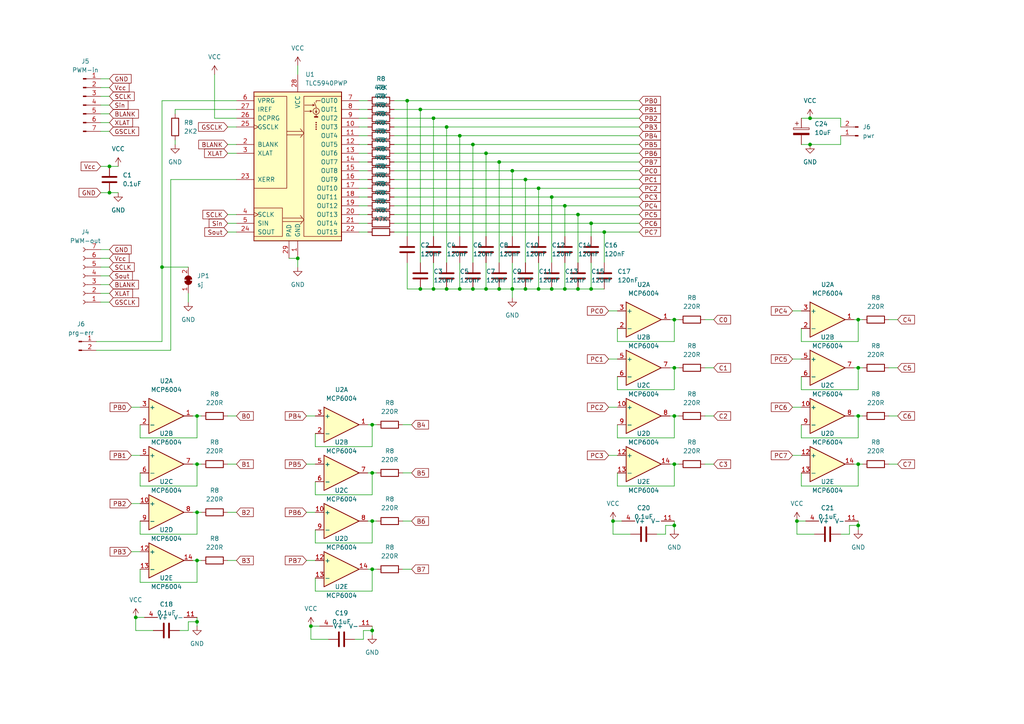
<source format=kicad_sch>
(kicad_sch (version 20230121) (generator eeschema)
  (paper "A4")
  (junction (at 57.15 134.62))
  (junction (at 248.92 120.65))
  (junction (at 160.02 83.82))
  (junction (at 107.95 151.13))
  (junction (at 144.78 46.99))
  (junction (at 234.95 34.29))
  (junction (at 107.95 182.88))
  (junction (at 152.4 52.07))
  (junction (at 125.73 83.82))
  (junction (at 171.45 64.77))
  (junction (at 148.59 49.53))
  (junction (at 140.97 44.45))
  (junction (at 118.11 29.21))
  (junction (at 156.21 54.61))
  (junction (at 125.73 34.29))
  (junction (at 39.37 179.07))
  (junction (at 57.15 162.56))
  (junction (at 107.95 123.19))
  (junction (at 167.64 62.23))
  (junction (at 90.17 181.61))
  (junction (at 195.58 134.62))
  (junction (at 133.35 39.37))
  (junction (at 231.14 151.13))
  (junction (at 57.15 180.34))
  (junction (at 140.97 83.82))
  (junction (at 57.15 120.65))
  (junction (at 171.45 83.82))
  (junction (at 137.16 83.82))
  (junction (at 234.95 41.91))
  (junction (at 195.58 106.68))
  (junction (at 31.75 48.26))
  (junction (at 107.95 137.16))
  (junction (at 46.99 77.47))
  (junction (at 129.54 83.82))
  (junction (at 195.58 120.65))
  (junction (at 195.58 152.4))
  (junction (at 137.16 41.91))
  (junction (at 31.75 55.88))
  (junction (at 86.36 74.93))
  (junction (at 148.59 83.82))
  (junction (at 156.21 83.82))
  (junction (at 107.95 165.1))
  (junction (at 248.92 92.71))
  (junction (at 177.8 151.13))
  (junction (at 160.02 57.15))
  (junction (at 121.92 31.75))
  (junction (at 57.15 148.59))
  (junction (at 133.35 83.82))
  (junction (at 163.83 59.69))
  (junction (at 248.92 106.68))
  (junction (at 167.64 83.82))
  (junction (at 152.4 83.82))
  (junction (at 248.92 134.62))
  (junction (at 195.58 92.71))
  (junction (at 129.54 36.83))
  (junction (at 163.83 83.82))
  (junction (at 248.92 152.4))
  (junction (at 144.78 83.82))
  (junction (at 121.92 83.82))
  (junction (at 175.26 67.31))
  (wire (pts (xy 114.3 44.45) (xy 140.97 44.45)))
  (wire (pts (xy 91.44 157.48) (xy 91.44 153.67)))
  (wire (pts (xy 229.87 104.14) (xy 232.41 104.14)))
  (wire (pts (xy 106.68 165.1) (xy 107.95 165.1)))
  (wire (pts (xy 29.21 22.86) (xy 31.75 22.86)))
  (wire (pts (xy 114.3 54.61) (xy 156.21 54.61)))
  (wire (pts (xy 229.87 118.11) (xy 232.41 118.11)))
  (wire (pts (xy 137.16 41.91) (xy 137.16 76.2)))
  (wire (pts (xy 104.14 41.91) (xy 106.68 41.91)))
  (wire (pts (xy 107.95 182.88) (xy 107.95 184.15)))
  (wire (pts (xy 257.81 92.71) (xy 260.35 92.71)))
  (wire (pts (xy 114.3 34.29) (xy 125.73 34.29)))
  (wire (pts (xy 104.14 29.21) (xy 106.68 29.21)))
  (wire (pts (xy 107.95 123.19) (xy 109.22 123.19)))
  (wire (pts (xy 29.21 72.39) (xy 31.75 72.39)))
  (wire (pts (xy 195.58 151.13) (xy 195.58 152.4)))
  (wire (pts (xy 104.14 49.53) (xy 106.68 49.53)))
  (wire (pts (xy 118.11 83.82) (xy 121.92 83.82)))
  (wire (pts (xy 248.92 99.06) (xy 232.41 99.06)))
  (wire (pts (xy 116.84 151.13) (xy 119.38 151.13)))
  (wire (pts (xy 114.3 62.23) (xy 167.64 62.23)))
  (wire (pts (xy 129.54 83.82) (xy 133.35 83.82)))
  (wire (pts (xy 177.8 154.94) (xy 177.8 151.13)))
  (wire (pts (xy 29.21 77.47) (xy 31.75 77.47)))
  (wire (pts (xy 140.97 76.2) (xy 140.97 83.82)))
  (wire (pts (xy 195.58 113.03) (xy 179.07 113.03)))
  (wire (pts (xy 248.92 152.4) (xy 248.92 153.67)))
  (wire (pts (xy 57.15 168.91) (xy 40.64 168.91)))
  (wire (pts (xy 102.87 185.42) (xy 105.41 185.42)))
  (wire (pts (xy 232.41 99.06) (xy 232.41 95.25)))
  (wire (pts (xy 88.9 120.65) (xy 91.44 120.65)))
  (wire (pts (xy 152.4 52.07) (xy 152.4 76.2)))
  (wire (pts (xy 195.58 92.71) (xy 195.58 99.06)))
  (wire (pts (xy 116.84 123.19) (xy 119.38 123.19)))
  (wire (pts (xy 248.92 106.68) (xy 248.92 113.03)))
  (wire (pts (xy 66.04 67.31) (xy 68.58 67.31)))
  (wire (pts (xy 167.64 83.82) (xy 171.45 83.82)))
  (wire (pts (xy 156.21 54.61) (xy 185.42 54.61)))
  (wire (pts (xy 232.41 127) (xy 232.41 123.19)))
  (wire (pts (xy 104.14 67.31) (xy 106.68 67.31)))
  (wire (pts (xy 66.04 44.45) (xy 68.58 44.45)))
  (wire (pts (xy 232.41 41.91) (xy 234.95 41.91)))
  (wire (pts (xy 140.97 83.82) (xy 144.78 83.82)))
  (wire (pts (xy 104.14 34.29) (xy 106.68 34.29)))
  (wire (pts (xy 248.92 92.71) (xy 248.92 99.06)))
  (wire (pts (xy 248.92 151.13) (xy 248.92 152.4)))
  (wire (pts (xy 27.94 101.6) (xy 49.53 101.6)))
  (wire (pts (xy 231.14 154.94) (xy 231.14 151.13)))
  (wire (pts (xy 257.81 120.65) (xy 260.35 120.65)))
  (wire (pts (xy 204.47 120.65) (xy 207.01 120.65)))
  (wire (pts (xy 90.17 185.42) (xy 90.17 181.61)))
  (wire (pts (xy 114.3 36.83) (xy 129.54 36.83)))
  (wire (pts (xy 104.14 44.45) (xy 106.68 44.45)))
  (wire (pts (xy 91.44 129.54) (xy 91.44 125.73)))
  (wire (pts (xy 171.45 64.77) (xy 171.45 68.58)))
  (wire (pts (xy 57.15 179.07) (xy 57.15 180.34)))
  (wire (pts (xy 246.38 152.4) (xy 248.92 152.4)))
  (wire (pts (xy 179.07 127) (xy 179.07 123.19)))
  (wire (pts (xy 104.14 39.37) (xy 106.68 39.37)))
  (wire (pts (xy 140.97 44.45) (xy 185.42 44.45)))
  (wire (pts (xy 236.22 154.94) (xy 231.14 154.94)))
  (wire (pts (xy 104.14 46.99) (xy 106.68 46.99)))
  (wire (pts (xy 50.8 40.64) (xy 50.8 41.91)))
  (wire (pts (xy 29.21 30.48) (xy 31.75 30.48)))
  (wire (pts (xy 194.31 134.62) (xy 195.58 134.62)))
  (wire (pts (xy 229.87 90.17) (xy 232.41 90.17)))
  (wire (pts (xy 106.68 137.16) (xy 107.95 137.16)))
  (wire (pts (xy 148.59 49.53) (xy 148.59 68.58)))
  (wire (pts (xy 125.73 34.29) (xy 125.73 68.58)))
  (wire (pts (xy 31.75 55.88) (xy 34.29 55.88)))
  (wire (pts (xy 107.95 151.13) (xy 107.95 157.48)))
  (wire (pts (xy 248.92 134.62) (xy 248.92 140.97)))
  (wire (pts (xy 118.11 29.21) (xy 185.42 29.21)))
  (wire (pts (xy 68.58 34.29) (xy 62.23 34.29)))
  (wire (pts (xy 171.45 64.77) (xy 185.42 64.77)))
  (wire (pts (xy 38.1 118.11) (xy 40.64 118.11)))
  (wire (pts (xy 29.21 38.1) (xy 31.75 38.1)))
  (wire (pts (xy 57.15 162.56) (xy 57.15 168.91)))
  (wire (pts (xy 167.64 62.23) (xy 167.64 76.2)))
  (wire (pts (xy 195.58 127) (xy 179.07 127)))
  (wire (pts (xy 114.3 64.77) (xy 171.45 64.77)))
  (wire (pts (xy 195.58 152.4) (xy 195.58 153.67)))
  (wire (pts (xy 234.95 34.29) (xy 243.84 34.29)))
  (wire (pts (xy 29.21 48.26) (xy 31.75 48.26)))
  (wire (pts (xy 40.64 168.91) (xy 40.64 165.1)))
  (wire (pts (xy 160.02 57.15) (xy 160.02 76.2)))
  (wire (pts (xy 234.95 41.91) (xy 243.84 41.91)))
  (wire (pts (xy 163.83 59.69) (xy 163.83 68.58)))
  (wire (pts (xy 107.95 157.48) (xy 91.44 157.48)))
  (wire (pts (xy 114.3 57.15) (xy 160.02 57.15)))
  (wire (pts (xy 66.04 134.62) (xy 68.58 134.62)))
  (wire (pts (xy 248.92 120.65) (xy 250.19 120.65)))
  (wire (pts (xy 66.04 120.65) (xy 68.58 120.65)))
  (wire (pts (xy 39.37 179.07) (xy 41.91 179.07)))
  (wire (pts (xy 204.47 134.62) (xy 207.01 134.62)))
  (wire (pts (xy 243.84 34.29) (xy 243.84 36.83)))
  (wire (pts (xy 176.53 118.11) (xy 179.07 118.11)))
  (wire (pts (xy 88.9 148.59) (xy 91.44 148.59)))
  (wire (pts (xy 46.99 29.21) (xy 46.99 77.47)))
  (wire (pts (xy 195.58 99.06) (xy 179.07 99.06)))
  (wire (pts (xy 163.83 59.69) (xy 185.42 59.69)))
  (wire (pts (xy 248.92 140.97) (xy 232.41 140.97)))
  (wire (pts (xy 247.65 92.71) (xy 248.92 92.71)))
  (wire (pts (xy 156.21 76.2) (xy 156.21 83.82)))
  (wire (pts (xy 195.58 92.71) (xy 196.85 92.71)))
  (wire (pts (xy 129.54 36.83) (xy 185.42 36.83)))
  (wire (pts (xy 57.15 140.97) (xy 40.64 140.97)))
  (wire (pts (xy 175.26 67.31) (xy 185.42 67.31)))
  (wire (pts (xy 27.94 99.06) (xy 46.99 99.06)))
  (wire (pts (xy 54.61 180.34) (xy 57.15 180.34)))
  (wire (pts (xy 91.44 171.45) (xy 91.44 167.64)))
  (wire (pts (xy 248.92 127) (xy 232.41 127)))
  (wire (pts (xy 133.35 39.37) (xy 133.35 68.58)))
  (wire (pts (xy 121.92 31.75) (xy 185.42 31.75)))
  (wire (pts (xy 247.65 106.68) (xy 248.92 106.68)))
  (wire (pts (xy 152.4 52.07) (xy 185.42 52.07)))
  (wire (pts (xy 29.21 25.4) (xy 31.75 25.4)))
  (wire (pts (xy 148.59 83.82) (xy 148.59 86.36)))
  (wire (pts (xy 232.41 34.29) (xy 234.95 34.29)))
  (wire (pts (xy 114.3 52.07) (xy 152.4 52.07)))
  (wire (pts (xy 243.84 154.94) (xy 246.38 154.94)))
  (wire (pts (xy 204.47 92.71) (xy 207.01 92.71)))
  (wire (pts (xy 29.21 35.56) (xy 31.75 35.56)))
  (wire (pts (xy 163.83 83.82) (xy 167.64 83.82)))
  (wire (pts (xy 156.21 83.82) (xy 160.02 83.82)))
  (wire (pts (xy 29.21 33.02) (xy 31.75 33.02)))
  (wire (pts (xy 118.11 29.21) (xy 118.11 68.58)))
  (wire (pts (xy 179.07 140.97) (xy 179.07 137.16)))
  (wire (pts (xy 148.59 49.53) (xy 185.42 49.53)))
  (wire (pts (xy 46.99 77.47) (xy 46.99 99.06)))
  (wire (pts (xy 248.92 106.68) (xy 250.19 106.68)))
  (wire (pts (xy 125.73 34.29) (xy 185.42 34.29)))
  (wire (pts (xy 195.58 134.62) (xy 196.85 134.62)))
  (wire (pts (xy 31.75 48.26) (xy 34.29 48.26)))
  (wire (pts (xy 105.41 185.42) (xy 105.41 182.88)))
  (wire (pts (xy 144.78 46.99) (xy 185.42 46.99)))
  (wire (pts (xy 107.95 143.51) (xy 91.44 143.51)))
  (wire (pts (xy 133.35 83.82) (xy 137.16 83.82)))
  (wire (pts (xy 104.14 52.07) (xy 106.68 52.07)))
  (wire (pts (xy 171.45 83.82) (xy 175.26 83.82)))
  (wire (pts (xy 176.53 132.08) (xy 179.07 132.08)))
  (wire (pts (xy 129.54 36.83) (xy 129.54 76.2)))
  (wire (pts (xy 125.73 83.82) (xy 129.54 83.82)))
  (wire (pts (xy 193.04 154.94) (xy 193.04 152.4)))
  (wire (pts (xy 107.95 165.1) (xy 109.22 165.1)))
  (wire (pts (xy 156.21 54.61) (xy 156.21 68.58)))
  (wire (pts (xy 194.31 120.65) (xy 195.58 120.65)))
  (wire (pts (xy 88.9 134.62) (xy 91.44 134.62)))
  (wire (pts (xy 104.14 31.75) (xy 106.68 31.75)))
  (wire (pts (xy 121.92 83.82) (xy 125.73 83.82)))
  (wire (pts (xy 193.04 152.4) (xy 195.58 152.4)))
  (wire (pts (xy 107.95 181.61) (xy 107.95 182.88)))
  (wire (pts (xy 107.95 171.45) (xy 91.44 171.45)))
  (wire (pts (xy 68.58 31.75) (xy 50.8 31.75)))
  (wire (pts (xy 52.07 182.88) (xy 54.61 182.88)))
  (wire (pts (xy 204.47 106.68) (xy 207.01 106.68)))
  (wire (pts (xy 243.84 41.91) (xy 243.84 39.37)))
  (wire (pts (xy 247.65 134.62) (xy 248.92 134.62)))
  (wire (pts (xy 50.8 31.75) (xy 50.8 33.02)))
  (wire (pts (xy 29.21 87.63) (xy 31.75 87.63)))
  (wire (pts (xy 104.14 57.15) (xy 106.68 57.15)))
  (wire (pts (xy 66.04 36.83) (xy 68.58 36.83)))
  (wire (pts (xy 107.95 129.54) (xy 91.44 129.54)))
  (wire (pts (xy 57.15 120.65) (xy 57.15 127)))
  (wire (pts (xy 66.04 162.56) (xy 68.58 162.56)))
  (wire (pts (xy 29.21 82.55) (xy 31.75 82.55)))
  (wire (pts (xy 247.65 120.65) (xy 248.92 120.65)))
  (wire (pts (xy 66.04 64.77) (xy 68.58 64.77)))
  (wire (pts (xy 177.8 151.13) (xy 180.34 151.13)))
  (wire (pts (xy 114.3 41.91) (xy 137.16 41.91)))
  (wire (pts (xy 137.16 41.91) (xy 185.42 41.91)))
  (wire (pts (xy 144.78 83.82) (xy 148.59 83.82)))
  (wire (pts (xy 38.1 160.02) (xy 40.64 160.02)))
  (wire (pts (xy 182.88 154.94) (xy 177.8 154.94)))
  (wire (pts (xy 248.92 134.62) (xy 250.19 134.62)))
  (wire (pts (xy 91.44 143.51) (xy 91.44 139.7)))
  (wire (pts (xy 57.15 134.62) (xy 58.42 134.62)))
  (wire (pts (xy 107.95 123.19) (xy 107.95 129.54)))
  (wire (pts (xy 125.73 76.2) (xy 125.73 83.82)))
  (wire (pts (xy 118.11 76.2) (xy 118.11 83.82)))
  (wire (pts (xy 194.31 92.71) (xy 195.58 92.71)))
  (wire (pts (xy 66.04 41.91) (xy 68.58 41.91)))
  (wire (pts (xy 66.04 148.59) (xy 68.58 148.59)))
  (wire (pts (xy 105.41 182.88) (xy 107.95 182.88)))
  (wire (pts (xy 49.53 52.07) (xy 49.53 101.6)))
  (wire (pts (xy 57.15 162.56) (xy 58.42 162.56)))
  (wire (pts (xy 46.99 77.47) (xy 54.61 77.47)))
  (wire (pts (xy 248.92 113.03) (xy 232.41 113.03)))
  (wire (pts (xy 133.35 76.2) (xy 133.35 83.82)))
  (wire (pts (xy 38.1 146.05) (xy 40.64 146.05)))
  (wire (pts (xy 171.45 76.2) (xy 171.45 83.82)))
  (wire (pts (xy 29.21 27.94) (xy 31.75 27.94)))
  (wire (pts (xy 104.14 59.69) (xy 106.68 59.69)))
  (wire (pts (xy 121.92 31.75) (xy 121.92 76.2)))
  (wire (pts (xy 57.15 148.59) (xy 57.15 154.94)))
  (wire (pts (xy 257.81 134.62) (xy 260.35 134.62)))
  (wire (pts (xy 66.04 62.23) (xy 68.58 62.23)))
  (wire (pts (xy 107.95 165.1) (xy 107.95 171.45)))
  (wire (pts (xy 133.35 39.37) (xy 185.42 39.37)))
  (wire (pts (xy 55.88 134.62) (xy 57.15 134.62)))
  (wire (pts (xy 190.5 154.94) (xy 193.04 154.94)))
  (wire (pts (xy 232.41 140.97) (xy 232.41 137.16)))
  (wire (pts (xy 114.3 39.37) (xy 133.35 39.37)))
  (wire (pts (xy 90.17 181.61) (xy 92.71 181.61)))
  (wire (pts (xy 29.21 80.01) (xy 31.75 80.01)))
  (wire (pts (xy 195.58 140.97) (xy 179.07 140.97)))
  (wire (pts (xy 106.68 151.13) (xy 107.95 151.13)))
  (wire (pts (xy 40.64 154.94) (xy 40.64 151.13)))
  (wire (pts (xy 57.15 120.65) (xy 58.42 120.65)))
  (wire (pts (xy 163.83 76.2) (xy 163.83 83.82)))
  (wire (pts (xy 114.3 31.75) (xy 121.92 31.75)))
  (wire (pts (xy 86.36 19.05) (xy 86.36 21.59)))
  (wire (pts (xy 68.58 52.07) (xy 49.53 52.07)))
  (wire (pts (xy 55.88 120.65) (xy 57.15 120.65)))
  (wire (pts (xy 29.21 55.88) (xy 31.75 55.88)))
  (wire (pts (xy 57.15 148.59) (xy 58.42 148.59)))
  (wire (pts (xy 107.95 137.16) (xy 109.22 137.16)))
  (wire (pts (xy 231.14 151.13) (xy 233.68 151.13)))
  (wire (pts (xy 144.78 46.99) (xy 144.78 76.2)))
  (wire (pts (xy 29.21 85.09) (xy 31.75 85.09)))
  (wire (pts (xy 176.53 90.17) (xy 179.07 90.17)))
  (wire (pts (xy 195.58 106.68) (xy 195.58 113.03)))
  (wire (pts (xy 137.16 83.82) (xy 140.97 83.82)))
  (wire (pts (xy 194.31 106.68) (xy 195.58 106.68)))
  (wire (pts (xy 195.58 106.68) (xy 196.85 106.68)))
  (wire (pts (xy 104.14 54.61) (xy 106.68 54.61)))
  (wire (pts (xy 55.88 162.56) (xy 57.15 162.56)))
  (wire (pts (xy 246.38 154.94) (xy 246.38 152.4)))
  (wire (pts (xy 86.36 74.93) (xy 86.36 77.47)))
  (wire (pts (xy 116.84 165.1) (xy 119.38 165.1)))
  (wire (pts (xy 107.95 151.13) (xy 109.22 151.13)))
  (wire (pts (xy 195.58 134.62) (xy 195.58 140.97)))
  (wire (pts (xy 116.84 137.16) (xy 119.38 137.16)))
  (wire (pts (xy 148.59 76.2) (xy 148.59 83.82)))
  (wire (pts (xy 140.97 44.45) (xy 140.97 68.58)))
  (wire (pts (xy 95.25 185.42) (xy 90.17 185.42)))
  (wire (pts (xy 114.3 67.31) (xy 175.26 67.31)))
  (wire (pts (xy 40.64 140.97) (xy 40.64 137.16)))
  (wire (pts (xy 195.58 120.65) (xy 196.85 120.65)))
  (wire (pts (xy 106.68 123.19) (xy 107.95 123.19)))
  (wire (pts (xy 160.02 83.82) (xy 163.83 83.82)))
  (wire (pts (xy 229.87 132.08) (xy 232.41 132.08)))
  (wire (pts (xy 232.41 113.03) (xy 232.41 109.22)))
  (wire (pts (xy 179.07 99.06) (xy 179.07 95.25)))
  (wire (pts (xy 195.58 120.65) (xy 195.58 127)))
  (wire (pts (xy 57.15 154.94) (xy 40.64 154.94)))
  (wire (pts (xy 152.4 83.82) (xy 156.21 83.82)))
  (wire (pts (xy 68.58 29.21) (xy 46.99 29.21)))
  (wire (pts (xy 167.64 62.23) (xy 185.42 62.23)))
  (wire (pts (xy 114.3 59.69) (xy 163.83 59.69)))
  (wire (pts (xy 29.21 74.93) (xy 31.75 74.93)))
  (wire (pts (xy 114.3 29.21) (xy 118.11 29.21)))
  (wire (pts (xy 44.45 182.88) (xy 39.37 182.88)))
  (wire (pts (xy 179.07 113.03) (xy 179.07 109.22)))
  (wire (pts (xy 39.37 182.88) (xy 39.37 179.07)))
  (wire (pts (xy 57.15 180.34) (xy 57.15 181.61)))
  (wire (pts (xy 55.88 148.59) (xy 57.15 148.59)))
  (wire (pts (xy 54.61 85.09) (xy 54.61 87.63)))
  (wire (pts (xy 148.59 83.82) (xy 152.4 83.82)))
  (wire (pts (xy 160.02 57.15) (xy 185.42 57.15)))
  (wire (pts (xy 104.14 64.77) (xy 106.68 64.77)))
  (wire (pts (xy 114.3 46.99) (xy 144.78 46.99)))
  (wire (pts (xy 38.1 132.08) (xy 40.64 132.08)))
  (wire (pts (xy 107.95 137.16) (xy 107.95 143.51)))
  (wire (pts (xy 54.61 182.88) (xy 54.61 180.34)))
  (wire (pts (xy 176.53 104.14) (xy 179.07 104.14)))
  (wire (pts (xy 40.64 127) (xy 40.64 123.19)))
  (wire (pts (xy 104.14 62.23) (xy 106.68 62.23)))
  (wire (pts (xy 104.14 36.83) (xy 106.68 36.83)))
  (wire (pts (xy 175.26 67.31) (xy 175.26 76.2)))
  (wire (pts (xy 257.81 106.68) (xy 260.35 106.68)))
  (wire (pts (xy 83.82 74.93) (xy 86.36 74.93)))
  (wire (pts (xy 57.15 127) (xy 40.64 127)))
  (wire (pts (xy 62.23 21.59) (xy 62.23 34.29)))
  (wire (pts (xy 114.3 49.53) (xy 148.59 49.53)))
  (wire (pts (xy 57.15 134.62) (xy 57.15 140.97)))
  (wire (pts (xy 248.92 120.65) (xy 248.92 127)))
  (wire (pts (xy 88.9 162.56) (xy 91.44 162.56)))
  (wire (pts (xy 248.92 92.71) (xy 250.19 92.71)))
  (global_label "B0" (shape input) (at 68.58 120.65 0) (property "Intersheetrefs" "${INTERSHEET_REFS}" (effects hide)))
  (global_label "B5" (shape input) (at 119.38 137.16 0) (property "Intersheetrefs" "${INTERSHEET_REFS}" (effects hide)))
  (global_label "PB6" (shape input) (at 88.9 148.59 180) (property "Intersheetrefs" "${INTERSHEET_REFS}" (effects hide)))
  (global_label "XLAT" (shape input) (at 31.75 35.56 0) (property "Intersheetrefs" "${INTERSHEET_REFS}" (effects hide)))
  (global_label "BLANK" (shape input) (at 66.04 41.91 180) (property "Intersheetrefs" "${INTERSHEET_REFS}" (effects hide)))
  (global_label "PC6" (shape input) (at 229.87 118.11 180) (property "Intersheetrefs" "${INTERSHEET_REFS}" (effects hide)))
  (global_label "XLAT" (shape input) (at 66.04 44.45 180) (property "Intersheetrefs" "${INTERSHEET_REFS}" (effects hide)))
  (global_label "C7" (shape input) (at 260.35 134.62 0) (property "Intersheetrefs" "${INTERSHEET_REFS}" (effects hide)))
  (global_label "PC6" (shape input) (at 185.42 64.77 0) (property "Intersheetrefs" "${INTERSHEET_REFS}" (effects hide)))
  (global_label "Vcc" (shape input) (at 31.75 74.93 0) (property "Intersheetrefs" "${INTERSHEET_REFS}" (effects hide)))
  (global_label "PB1" (shape input) (at 38.1 132.08 180) (property "Intersheetrefs" "${INTERSHEET_REFS}" (effects hide)))
  (global_label "C3" (shape input) (at 207.01 134.62 0) (property "Intersheetrefs" "${INTERSHEET_REFS}" (effects hide)))
  (global_label "PB2" (shape input) (at 185.42 34.29 0) (property "Intersheetrefs" "${INTERSHEET_REFS}" (effects hide)))
  (global_label "PC4" (shape input) (at 185.42 59.69 0) (property "Intersheetrefs" "${INTERSHEET_REFS}" (effects hide)))
  (global_label "PB5" (shape input) (at 185.42 41.91 0) (property "Intersheetrefs" "${INTERSHEET_REFS}" (effects hide)))
  (global_label "PC1" (shape input) (at 176.53 104.14 180) (property "Intersheetrefs" "${INTERSHEET_REFS}" (effects hide)))
  (global_label "Sout" (shape input) (at 66.04 67.31 180) (property "Intersheetrefs" "${INTERSHEET_REFS}" (effects hide)))
  (global_label "PB0" (shape input) (at 185.42 29.21 0) (property "Intersheetrefs" "${INTERSHEET_REFS}" (effects hide)))
  (global_label "PC0" (shape input) (at 185.42 49.53 0) (property "Intersheetrefs" "${INTERSHEET_REFS}" (effects hide)))
  (global_label "C6" (shape input) (at 260.35 120.65 0) (property "Intersheetrefs" "${INTERSHEET_REFS}" (effects hide)))
  (global_label "PC5" (shape input) (at 185.42 62.23 0) (property "Intersheetrefs" "${INTERSHEET_REFS}" (effects hide)))
  (global_label "PB7" (shape input) (at 88.9 162.56 180) (property "Intersheetrefs" "${INTERSHEET_REFS}" (effects hide)))
  (global_label "GSCLK" (shape input) (at 31.75 38.1 0) (property "Intersheetrefs" "${INTERSHEET_REFS}" (effects hide)))
  (global_label "PB6" (shape input) (at 185.42 44.45 0) (property "Intersheetrefs" "${INTERSHEET_REFS}" (effects hide)))
  (global_label "GSCLK" (shape input) (at 66.04 36.83 180) (property "Intersheetrefs" "${INTERSHEET_REFS}" (effects hide)))
  (global_label "BLANK" (shape input) (at 31.75 82.55 0) (property "Intersheetrefs" "${INTERSHEET_REFS}" (effects hide)))
  (global_label "Vcc" (shape input) (at 29.21 48.26 180) (property "Intersheetrefs" "${INTERSHEET_REFS}" (effects hide)))
  (global_label "B2" (shape input) (at 68.58 148.59 0) (property "Intersheetrefs" "${INTERSHEET_REFS}" (effects hide)))
  (global_label "SCLK" (shape input) (at 31.75 27.94 0) (property "Intersheetrefs" "${INTERSHEET_REFS}" (effects hide)))
  (global_label "GND" (shape input) (at 29.21 55.88 180) (property "Intersheetrefs" "${INTERSHEET_REFS}" (effects hide)))
  (global_label "PB1" (shape input) (at 185.42 31.75 0) (property "Intersheetrefs" "${INTERSHEET_REFS}" (effects hide)))
  (global_label "BLANK" (shape input) (at 31.75 33.02 0) (property "Intersheetrefs" "${INTERSHEET_REFS}" (effects hide)))
  (global_label "PB7" (shape input) (at 185.42 46.99 0) (property "Intersheetrefs" "${INTERSHEET_REFS}" (effects hide)))
  (global_label "C4" (shape input) (at 260.35 92.71 0) (property "Intersheetrefs" "${INTERSHEET_REFS}" (effects hide)))
  (global_label "Sin" (shape input) (at 66.04 64.77 180) (property "Intersheetrefs" "${INTERSHEET_REFS}" (effects hide)))
  (global_label "C5" (shape input) (at 260.35 106.68 0) (property "Intersheetrefs" "${INTERSHEET_REFS}" (effects hide)))
  (global_label "PC0" (shape input) (at 176.53 90.17 180) (property "Intersheetrefs" "${INTERSHEET_REFS}" (effects hide)))
  (global_label "XLAT" (shape input) (at 31.75 85.09 0) (property "Intersheetrefs" "${INTERSHEET_REFS}" (effects hide)))
  (global_label "PC7" (shape input) (at 229.87 132.08 180) (property "Intersheetrefs" "${INTERSHEET_REFS}" (effects hide)))
  (global_label "PB4" (shape input) (at 88.9 120.65 180) (property "Intersheetrefs" "${INTERSHEET_REFS}" (effects hide)))
  (global_label "PB3" (shape input) (at 38.1 160.02 180) (property "Intersheetrefs" "${INTERSHEET_REFS}" (effects hide)))
  (global_label "B1" (shape input) (at 68.58 134.62 0) (property "Intersheetrefs" "${INTERSHEET_REFS}" (effects hide)))
  (global_label "PC5" (shape input) (at 229.87 104.14 180) (property "Intersheetrefs" "${INTERSHEET_REFS}" (effects hide)))
  (global_label "PC2" (shape input) (at 176.53 118.11 180) (property "Intersheetrefs" "${INTERSHEET_REFS}" (effects hide)))
  (global_label "PB2" (shape input) (at 38.1 146.05 180) (property "Intersheetrefs" "${INTERSHEET_REFS}" (effects hide)))
  (global_label "Vcc" (shape input) (at 31.75 25.4 0) (property "Intersheetrefs" "${INTERSHEET_REFS}" (effects hide)))
  (global_label "B3" (shape input) (at 68.58 162.56 0) (property "Intersheetrefs" "${INTERSHEET_REFS}" (effects hide)))
  (global_label "PC3" (shape input) (at 185.42 57.15 0) (property "Intersheetrefs" "${INTERSHEET_REFS}" (effects hide)))
  (global_label "PB4" (shape input) (at 185.42 39.37 0) (property "Intersheetrefs" "${INTERSHEET_REFS}" (effects hide)))
  (global_label "PC2" (shape input) (at 185.42 54.61 0) (property "Intersheetrefs" "${INTERSHEET_REFS}" (effects hide)))
  (global_label "B4" (shape input) (at 119.38 123.19 0) (property "Intersheetrefs" "${INTERSHEET_REFS}" (effects hide)))
  (global_label "GND" (shape input) (at 31.75 22.86 0) (property "Intersheetrefs" "${INTERSHEET_REFS}" (effects hide)))
  (global_label "SCLK" (shape input) (at 66.04 62.23 180) (property "Intersheetrefs" "${INTERSHEET_REFS}" (effects hide)))
  (global_label "PC3" (shape input) (at 176.53 132.08 180) (property "Intersheetrefs" "${INTERSHEET_REFS}" (effects hide)))
  (global_label "PB3" (shape input) (at 185.42 36.83 0) (property "Intersheetrefs" "${INTERSHEET_REFS}" (effects hide)))
  (global_label "PB5" (shape input) (at 88.9 134.62 180) (property "Intersheetrefs" "${INTERSHEET_REFS}" (effects hide)))
  (global_label "GND" (shape input) (at 31.75 72.39 0) (property "Intersheetrefs" "${INTERSHEET_REFS}" (effects hide)))
  (global_label "B6" (shape input) (at 119.38 151.13 0) (property "Intersheetrefs" "${INTERSHEET_REFS}" (effects hide)))
  (global_label "Sout" (shape input) (at 31.75 80.01 0) (property "Intersheetrefs" "${INTERSHEET_REFS}" (effects hide)))
  (global_label "PC1" (shape input) (at 185.42 52.07 0) (property "Intersheetrefs" "${INTERSHEET_REFS}" (effects hide)))
  (global_label "C2" (shape input) (at 207.01 120.65 0) (property "Intersheetrefs" "${INTERSHEET_REFS}" (effects hide)))
  (global_label "SCLK" (shape input) (at 31.75 77.47 0) (property "Intersheetrefs" "${INTERSHEET_REFS}" (effects hide)))
  (global_label "Sin" (shape input) (at 31.75 30.48 0) (property "Intersheetrefs" "${INTERSHEET_REFS}" (effects hide)))
  (global_label "C1" (shape input) (at 207.01 106.68 0) (property "Intersheetrefs" "${INTERSHEET_REFS}" (effects hide)))
  (global_label "C0" (shape input) (at 207.01 92.71 0) (property "Intersheetrefs" "${INTERSHEET_REFS}" (effects hide)))
  (global_label "GSCLK" (shape input) (at 31.75 87.63 0) (property "Intersheetrefs" "${INTERSHEET_REFS}" (effects hide)))
  (global_label "B7" (shape input) (at 119.38 165.1 0) (property "Intersheetrefs" "${INTERSHEET_REFS}" (effects hide)))
  (global_label "PB0" (shape input) (at 38.1 118.11 180) (property "Intersheetrefs" "${INTERSHEET_REFS}" (effects hide)))
  (global_label "PC7" (shape input) (at 185.42 67.31 0) (property "Intersheetrefs" "${INTERSHEET_REFS}" (effects hide)))
  (global_label "PC4" (shape input) (at 229.87 90.17 180) (property "Intersheetrefs" "${INTERSHEET_REFS}" (effects hide)))
  (symbol (lib_id "Device:C") (at 137.16 80.01 180) (unit 1)
    (property "Reference" "C7" (at 140.97 78.74 0) (effects (justify right)))
    (property "Value" "120nF" (at 140.97 81.28 0) (effects (justify right)))
    (property "Footprint" "Capacitor_SMD:C_0805_2012Metric" (effects hide))
  )
  (symbol (lib_id "Device:R") (at 110.49 57.15 270) (unit 1)
    (property "Reference" "R8" (at 110.49 50.8 90))
    (property "Value" "47K" (at 110.49 53.34 90))
    (property "Footprint" "Resistor_SMD:R_0805_2012Metric" (effects hide))
    (instances (project "one-synapse-electronic" (path "" (reference "R8") (unit 1)) (path "" (reference "R24") (unit 1)) (path "" (reference "R13") (unit 1))))
  )
  (symbol (lib_id "Connector:Conn_01x02_Pin") (at 248.92 39.37 180) (unit 1)
    (property "Reference" "J6" (at 250.19 36.83 0) (effects (justify right)))
    (property "Value" "pwr" (at 250.19 39.37 0) (effects (justify right)))
    (property "Footprint" "Connector_PinHeader_2.54mm:PinHeader_1x02_P2.54mm_Vertical" (effects hide))
  )
  (symbol (lib_id "Device:R") (at 110.49 67.31 270) (unit 1)
    (property "Reference" "R8" (at 110.49 60.96 90))
    (property "Value" "47K" (at 110.49 63.5 90))
    (property "Footprint" "Resistor_SMD:R_0805_2012Metric" (effects hide))
    (instances (project "one-synapse-electronic" (path "" (reference "R8") (unit 1)) (path "" (reference "R24") (unit 1)) (path "" (reference "R33") (unit 1))))
  )
  (symbol (lib_id "Amplifier_Operational:MCP6004") (at 48.26 134.62 0) (unit 2)
    (property "Reference" "U2" (at 48.26 125.73 0))
    (property "Value" "MCP6004" (at 48.26 128.27 0))
    (property "Footprint" "Package_SO:HTSSOP-14-1EP_4.4x5mm_P0.65mm_EP3.4x5mm_Mask3x3.1mm" (effects hide))
    (property "Datasheet" "http://ww1.microchip.com/downloads/en/DeviceDoc/21733j.pdf" (effects hide))
  )
  (symbol (lib_id "Amplifier_Operational:MCP6004") (at 48.26 148.59 0) (unit 3)
    (property "Reference" "U2" (at 48.26 139.7 0))
    (property "Value" "MCP6004" (at 48.26 142.24 0))
    (property "Footprint" "Package_SO:HTSSOP-14-1EP_4.4x5mm_P0.65mm_EP3.4x5mm_Mask3x3.1mm" (effects hide))
    (property "Datasheet" "http://ww1.microchip.com/downloads/en/DeviceDoc/21733j.pdf" (effects hide))
  )
  (symbol (lib_id "Amplifier_Operational:MCP6004") (at 240.03 92.71 0) (unit 1)
    (property "Reference" "U2" (at 240.03 82.55 0))
    (property "Value" "MCP6004" (at 240.03 85.09 0))
    (property "Footprint" "Package_SO:HTSSOP-14-1EP_4.4x5mm_P0.65mm_EP3.4x5mm_Mask3x3.1mm" (effects hide))
    (property "Datasheet" "http://ww1.microchip.com/downloads/en/DeviceDoc/21733j.pdf" (effects hide))
    (instances (project "one-synapse-electronic" (path "" (reference "U2") (unit 1)) (path "" (reference "U5") (unit 1))))
  )
  (symbol (lib_id "Device:R") (at 110.49 34.29 270) (unit 1)
    (property "Reference" "R8" (at 110.49 27.94 90))
    (property "Value" "47K" (at 110.49 30.48 90))
    (property "Footprint" "Resistor_SMD:R_0805_2012Metric" (effects hide))
    (instances (project "one-synapse-electronic" (path "" (reference "R8") (unit 1)) (path "" (reference "R24") (unit 1)) (path "" (reference "R4") (unit 1))))
  )
  (symbol (lib_id "Connector:Conn_01x07_Socket") (at 24.13 80.01 180) (unit 1)
    (property "Reference" "J4" (at 24.765 67.31 0))
    (property "Value" "PWM-out" (at 24.765 69.85 0))
    (property "Footprint" "Connector_PinSocket_2.54mm:PinSocket_1x07_P2.54mm_Horizontal" (effects hide))
    (instances (project "one-synapse-electronic" (path "" (reference "J4") (unit 1)) (path "" (reference "J5") (unit 1))))
  )
  (symbol (lib_id "Amplifier_Operational:MCP6004") (at 186.69 106.68 0) (unit 2)
    (property "Reference" "U2" (at 186.69 97.79 0))
    (property "Value" "MCP6004" (at 186.69 100.33 0))
    (property "Footprint" "Package_SO:HTSSOP-14-1EP_4.4x5mm_P0.65mm_EP3.4x5mm_Mask3x3.1mm" (effects hide))
    (property "Datasheet" "http://ww1.microchip.com/downloads/en/DeviceDoc/21733j.pdf" (effects hide))
    (instances (project "one-synapse-electronic" (path "" (reference "U2") (unit 2)) (path "" (reference "U4") (unit 2))))
  )
  (symbol (lib_id "Device:R") (at 110.49 44.45 270) (unit 1)
    (property "Reference" "R8" (at 110.49 38.1 90))
    (property "Value" "47K" (at 110.49 40.64 90))
    (property "Footprint" "Resistor_SMD:R_0805_2012Metric" (effects hide))
    (instances (project "one-synapse-electronic" (path "" (reference "R8") (unit 1)) (path "" (reference "R24") (unit 1)) (path "" (reference "R8") (unit 1))))
  )
  (symbol (lib_id "Device:R") (at 110.49 46.99 270) (unit 1)
    (property "Reference" "R8" (at 110.49 40.64 90))
    (property "Value" "47K" (at 110.49 43.18 90))
    (property "Footprint" "Resistor_SMD:R_0805_2012Metric" (effects hide))
    (instances (project "one-synapse-electronic" (path "" (reference "R8") (unit 1)) (path "" (reference "R24") (unit 1)) (path "" (reference "R9") (unit 1))))
  )
  (symbol (lib_id "Device:C") (at 152.4 80.01 180) (unit 1)
    (property "Reference" "C11" (at 156.21 78.74 0) (effects (justify right)))
    (property "Value" "120nF" (at 156.21 81.28 0) (effects (justify right)))
    (property "Footprint" "Capacitor_SMD:C_0805_2012Metric" (effects hide))
  )
  (symbol (lib_id "power:GND") (at 107.95 184.15 0) (unit 1)
    (property "Reference" "#PWR01" (effects hide))
    (property "Value" "GND" (at 107.95 189.23 0))
    (instances (project "one-synapse-electronic" (path "" (reference "#PWR01") (unit 1)) (path "" (reference "#PWR022") (unit 1)) (path "" (reference "#PWR012") (unit 1))))
  )
  (symbol (lib_id "Device:C") (at 99.06 185.42 270) (unit 1)
    (property "Reference" "C19" (at 99.06 177.8 90))
    (property "Value" "0.1uF" (at 99.06 180.34 90))
    (property "Footprint" "Capacitor_SMD:C_0805_2012Metric" (effects hide))
  )
  (symbol (lib_id "power:VCC") (at 86.36 19.05 0) (unit 1)
    (property "Reference" "#PWR04" (effects hide))
    (property "Value" "VCC" (at 86.36 13.97 0))
  )
  (symbol (lib_id "Device:R") (at 113.03 151.13 270) (unit 1)
    (property "Reference" "R8" (at 113.03 144.78 90))
    (property "Value" "220R" (at 113.03 147.32 90))
    (property "Footprint" "Resistor_SMD:R_0805_2012Metric" (effects hide))
    (instances (project "one-synapse-electronic" (path "" (reference "R8") (unit 1)) (path "" (reference "R24") (unit 1)) (path "" (reference "R40") (unit 1))))
  )
  (symbol (lib_id "Amplifier_Operational:MCP6004") (at 48.26 162.56 0) (unit 4)
    (property "Reference" "U2" (at 48.26 153.67 0))
    (property "Value" "MCP6004" (at 48.26 156.21 0))
    (property "Footprint" "Package_SO:HTSSOP-14-1EP_4.4x5mm_P0.65mm_EP3.4x5mm_Mask3x3.1mm" (effects hide))
    (property "Datasheet" "http://ww1.microchip.com/downloads/en/DeviceDoc/21733j.pdf" (effects hide))
  )
  (symbol (lib_id "Amplifier_Operational:MCP6004") (at 240.03 120.65 0) (unit 3)
    (property "Reference" "U2" (at 240.03 111.76 0))
    (property "Value" "MCP6004" (at 240.03 114.3 0))
    (property "Footprint" "Package_SO:HTSSOP-14-1EP_4.4x5mm_P0.65mm_EP3.4x5mm_Mask3x3.1mm" (effects hide))
    (property "Datasheet" "http://ww1.microchip.com/downloads/en/DeviceDoc/21733j.pdf" (effects hide))
    (instances (project "one-synapse-electronic" (path "" (reference "U2") (unit 3)) (path "" (reference "U5") (unit 3))))
  )
  (symbol (lib_id "Device:C") (at 156.21 72.39 180) (unit 1)
    (property "Reference" "C12" (at 160.02 71.12 0) (effects (justify right)))
    (property "Value" "120nF" (at 160.02 73.66 0) (effects (justify right)))
    (property "Footprint" "Capacitor_SMD:C_0805_2012Metric" (effects hide))
  )
  (symbol (lib_id "power:VCC") (at 90.17 181.61 0) (unit 1)
    (property "Reference" "#PWR011" (effects hide))
    (property "Value" "VCC" (at 90.17 176.53 0))
  )
  (symbol (lib_id "power:VCC") (at 231.14 151.13 0) (unit 1)
    (property "Reference" "#PWR015" (effects hide))
    (property "Value" "VCC" (at 231.14 146.05 0))
  )
  (symbol (lib_id "Device:R") (at 110.49 39.37 270) (unit 1)
    (property "Reference" "R8" (at 110.49 33.02 90))
    (property "Value" "47K" (at 110.49 35.56 90))
    (property "Footprint" "Resistor_SMD:R_0805_2012Metric" (effects hide))
    (instances (project "one-synapse-electronic" (path "" (reference "R8") (unit 1)) (path "" (reference "R24") (unit 1)) (path "" (reference "R6") (unit 1))))
  )
  (symbol (lib_id "Driver_LED:TLC5940PWP") (at 86.36 46.99 0) (unit 1)
    (property "Reference" "U1" (at 88.5541 21.59 0) (effects (justify left)))
    (property "Value" "TLC5940PWP" (at 88.5541 24.13 0) (effects (justify left)))
    (property "Footprint" "Package_SO:HTSSOP-28-1EP_4.4x9.7mm_P0.65mm_EP3.4x9.5mm_Mask2.4x6.17mm_ThermalVias" (effects hide))
    (property "Datasheet" "http://www.ti.com/lit/ds/symlink/tlc5940.pdf" (effects hide))
  )
  (symbol (lib_id "power:GND") (at 57.15 181.61 0) (unit 1)
    (property "Reference" "#PWR01" (effects hide))
    (property "Value" "GND" (at 57.15 186.69 0))
    (instances (project "one-synapse-electronic" (path "" (reference "#PWR01") (unit 1)) (path "" (reference "#PWR022") (unit 1)) (path "" (reference "#PWR09") (unit 1))))
  )
  (symbol (lib_id "Jumper:SolderJumper_2_Bridged") (at 54.61 81.28 90) (unit 1)
    (property "Reference" "JP1" (at 57.15 80.01 90) (effects (justify right)))
    (property "Value" "sj" (at 57.15 82.55 90) (effects (justify right)))
    (property "Footprint" "Jumper:SolderJumper-2_P1.3mm_Bridged2Bar_Pad1.0x1.5mm" (effects hide))
  )
  (symbol (lib_id "Device:C") (at 240.03 154.94 270) (unit 1)
    (property "Reference" "C21" (at 240.03 147.32 90))
    (property "Value" "0.1uF" (at 240.03 149.86 90))
    (property "Footprint" "Capacitor_SMD:C_0805_2012Metric" (effects hide))
  )
  (symbol (lib_id "Device:C") (at 125.73 72.39 180) (unit 1)
    (property "Reference" "C4" (at 129.54 71.12 0) (effects (justify right)))
    (property "Value" "120nF" (at 129.54 73.66 0) (effects (justify right)))
    (property "Footprint" "Capacitor_SMD:C_0805_2012Metric" (effects hide))
  )
  (symbol (lib_id "Device:C") (at 48.26 182.88 270) (unit 1)
    (property "Reference" "C18" (at 48.26 175.26 90))
    (property "Value" "0.1uF" (at 48.26 177.8 90))
    (property "Footprint" "Capacitor_SMD:C_0805_2012Metric" (effects hide))
  )
  (symbol (lib_id "power:GND") (at 86.36 77.47 0) (unit 1)
    (property "Reference" "#PWR01" (effects hide))
    (property "Value" "GND" (at 86.36 82.55 0))
    (instances (project "one-synapse-electronic" (path "" (reference "#PWR01") (unit 1)) (path "" (reference "#PWR022") (unit 1)) (path "" (reference "#PWR01") (unit 1))))
  )
  (symbol (lib_id "Device:R") (at 113.03 165.1 270) (unit 1)
    (property "Reference" "R8" (at 113.03 158.75 90))
    (property "Value" "220R" (at 113.03 161.29 90))
    (property "Footprint" "Resistor_SMD:R_0805_2012Metric" (effects hide))
    (instances (project "one-synapse-electronic" (path "" (reference "R8") (unit 1)) (path "" (reference "R24") (unit 1)) (path "" (reference "R41") (unit 1))))
  )
  (symbol (lib_id "Amplifier_Operational:MCP6004") (at 240.03 106.68 0) (unit 2)
    (property "Reference" "U2" (at 240.03 97.79 0))
    (property "Value" "MCP6004" (at 240.03 100.33 0))
    (property "Footprint" "Package_SO:HTSSOP-14-1EP_4.4x5mm_P0.65mm_EP3.4x5mm_Mask3x3.1mm" (effects hide))
    (property "Datasheet" "http://ww1.microchip.com/downloads/en/DeviceDoc/21733j.pdf" (effects hide))
    (instances (project "one-synapse-electronic" (path "" (reference "U2") (unit 2)) (path "" (reference "U5") (unit 2))))
  )
  (symbol (lib_id "Device:C") (at 129.54 80.01 180) (unit 1)
    (property "Reference" "C5" (at 133.35 78.74 0) (effects (justify right)))
    (property "Value" "120nF" (at 133.35 81.28 0) (effects (justify right)))
    (property "Footprint" "Capacitor_SMD:C_0805_2012Metric" (effects hide))
  )
  (symbol (lib_id "power:GND") (at 34.29 55.88 0) (unit 1)
    (property "Reference" "#PWR01" (effects hide))
    (property "Value" "GND" (at 34.29 60.96 0))
    (instances (project "one-synapse-electronic" (path "" (reference "#PWR01") (unit 1)) (path "" (reference "#PWR022") (unit 1)) (path "" (reference "#PWR02") (unit 1))))
  )
  (symbol (lib_id "Device:R") (at 254 134.62 270) (unit 1)
    (property "Reference" "R8" (at 254 128.27 90))
    (property "Value" "220R" (at 254 130.81 90))
    (property "Footprint" "Resistor_SMD:R_0805_2012Metric" (effects hide))
    (instances (project "one-synapse-electronic" (path "" (reference "R8") (unit 1)) (path "" (reference "R24") (unit 1)) (path "" (reference "R49") (unit 1))))
  )
  (symbol (lib_id "power:VCC") (at 177.8 151.13 0) (unit 1)
    (property "Reference" "#PWR013" (effects hide))
    (property "Value" "VCC" (at 177.8 146.05 0))
  )
  (symbol (lib_id "Device:R") (at 62.23 120.65 270) (unit 1)
    (property "Reference" "R8" (at 62.23 114.3 90))
    (property "Value" "220R" (at 62.23 116.84 90))
    (property "Footprint" "Resistor_SMD:R_0805_2012Metric" (effects hide))
    (instances (project "one-synapse-electronic" (path "" (reference "R8") (unit 1)) (path "" (reference "R24") (unit 1)) (path "" (reference "R34") (unit 1))))
  )
  (symbol (lib_id "Device:R") (at 254 120.65 270) (unit 1)
    (property "Reference" "R8" (at 254 114.3 90))
    (property "Value" "220R" (at 254 116.84 90))
    (property "Footprint" "Resistor_SMD:R_0805_2012Metric" (effects hide))
    (instances (project "one-synapse-electronic" (path "" (reference "R8") (unit 1)) (path "" (reference "R24") (unit 1)) (path "" (reference "R48") (unit 1))))
  )
  (symbol (lib_id "Device:R") (at 50.8 36.83 180) (unit 1)
    (property "Reference" "R8" (at 53.34 35.56 0) (effects (justify right)))
    (property "Value" "2K2" (at 53.34 38.1 0) (effects (justify right)))
    (property "Footprint" "Resistor_SMD:R_0805_2012Metric" (effects hide))
    (instances (project "one-synapse-electronic" (path "" (reference "R8") (unit 1)) (path "" (reference "R24") (unit 1)) (path "" (reference "R1") (unit 1))))
  )
  (symbol (lib_id "Amplifier_Operational:MCP6004") (at 186.69 134.62 0) (unit 4)
    (property "Reference" "U2" (at 186.69 125.73 0))
    (property "Value" "MCP6004" (at 186.69 128.27 0))
    (property "Footprint" "Package_SO:HTSSOP-14-1EP_4.4x5mm_P0.65mm_EP3.4x5mm_Mask3x3.1mm" (effects hide))
    (property "Datasheet" "http://ww1.microchip.com/downloads/en/DeviceDoc/21733j.pdf" (effects hide))
    (instances (project "one-synapse-electronic" (path "" (reference "U2") (unit 4)) (path "" (reference "U4") (unit 4))))
  )
  (symbol (lib_id "power:GND") (at 50.8 41.91 0) (unit 1)
    (property "Reference" "#PWR01" (effects hide))
    (property "Value" "GND" (at 50.8 46.99 0))
    (instances (project "one-synapse-electronic" (path "" (reference "#PWR01") (unit 1)) (path "" (reference "#PWR022") (unit 1)) (path "" (reference "#PWR07") (unit 1))))
  )
  (symbol (lib_id "Device:R") (at 200.66 106.68 270) (unit 1)
    (property "Reference" "R8" (at 200.66 100.33 90))
    (property "Value" "220R" (at 200.66 102.87 90))
    (property "Footprint" "Resistor_SMD:R_0805_2012Metric" (effects hide))
    (instances (project "one-synapse-electronic" (path "" (reference "R8") (unit 1)) (path "" (reference "R24") (unit 1)) (path "" (reference "R43") (unit 1))))
  )
  (symbol (lib_id "power:VCC") (at 34.29 48.26 0) (unit 1)
    (property "Reference" "#PWR03" (effects hide))
    (property "Value" "VCC" (at 34.29 43.18 0))
  )
  (symbol (lib_id "Device:R") (at 110.49 36.83 270) (unit 1)
    (property "Reference" "R8" (at 110.49 30.48 90))
    (property "Value" "47K" (at 110.49 33.02 90))
    (property "Footprint" "Resistor_SMD:R_0805_2012Metric" (effects hide))
    (instances (project "one-synapse-electronic" (path "" (reference "R8") (unit 1)) (path "" (reference "R24") (unit 1)) (path "" (reference "R5") (unit 1))))
  )
  (symbol (lib_id "Device:R") (at 110.49 41.91 270) (unit 1)
    (property "Reference" "R8" (at 110.49 35.56 90))
    (property "Value" "47K" (at 110.49 38.1 90))
    (property "Footprint" "Resistor_SMD:R_0805_2012Metric" (effects hide))
    (instances (project "one-synapse-electronic" (path "" (reference "R8") (unit 1)) (path "" (reference "R24") (unit 1)) (path "" (reference "R7") (unit 1))))
  )
  (symbol (lib_id "Amplifier_Operational:MCP6004") (at 99.06 137.16 0) (unit 2)
    (property "Reference" "U2" (at 99.06 128.27 0))
    (property "Value" "MCP6004" (at 99.06 130.81 0))
    (property "Footprint" "Package_SO:HTSSOP-14-1EP_4.4x5mm_P0.65mm_EP3.4x5mm_Mask3x3.1mm" (effects hide))
    (property "Datasheet" "http://ww1.microchip.com/downloads/en/DeviceDoc/21733j.pdf" (effects hide))
    (instances (project "one-synapse-electronic" (path "" (reference "U2") (unit 2)) (path "" (reference "U3") (unit 2))))
  )
  (symbol (lib_id "power:GND") (at 148.59 86.36 0) (unit 1)
    (property "Reference" "#PWR01" (effects hide))
    (property "Value" "GND" (at 148.59 91.44 0))
    (instances (project "one-synapse-electronic" (path "" (reference "#PWR01") (unit 1)) (path "" (reference "#PWR022") (unit 1)) (path "" (reference "#PWR08") (unit 1))))
  )
  (symbol (lib_id "Device:R") (at 254 106.68 270) (unit 1)
    (property "Reference" "R8" (at 254 100.33 90))
    (property "Value" "220R" (at 254 102.87 90))
    (property "Footprint" "Resistor_SMD:R_0805_2012Metric" (effects hide))
    (instances (project "one-synapse-electronic" (path "" (reference "R8") (unit 1)) (path "" (reference "R24") (unit 1)) (path "" (reference "R47") (unit 1))))
  )
  (symbol (lib_id "power:GND") (at 234.95 41.91 0) (unit 1)
    (property "Reference" "#PWR01" (effects hide))
    (property "Value" "GND" (at 234.95 46.99 0))
    (instances (project "one-synapse-electronic" (path "" (reference "#PWR01") (unit 1)) (path "" (reference "#PWR022") (unit 1)) (path "" (reference "#PWR041") (unit 1))))
  )
  (symbol (lib_id "Device:R") (at 110.49 52.07 270) (unit 1)
    (property "Reference" "R8" (at 110.49 45.72 90))
    (property "Value" "47K" (at 110.49 48.26 90))
    (property "Footprint" "Resistor_SMD:R_0805_2012Metric" (effects hide))
    (instances (project "one-synapse-electronic" (path "" (reference "R8") (unit 1)) (path "" (reference "R24") (unit 1)) (path "" (reference "R11") (unit 1))))
  )
  (symbol (lib_id "Device:C_Polarized") (at 232.41 38.1 0) (unit 1)
    (property "Reference" "C24" (at 236.22 35.941 0) (effects (justify left)))
    (property "Value" "10uF" (at 236.22 38.481 0) (effects (justify left)))
    (property "Footprint" "Capacitor_THT:CP_Radial_D8.0mm_P2.50mm" (effects hide))
  )
  (symbol (lib_id "Device:C") (at 148.59 72.39 180) (unit 1)
    (property "Reference" "C10" (at 152.4 71.12 0) (effects (justify right)))
    (property "Value" "120nF" (at 152.4 73.66 0) (effects (justify right)))
    (property "Footprint" "Capacitor_SMD:C_0805_2012Metric" (effects hide))
  )
  (symbol (lib_id "Amplifier_Operational:MCP6004") (at 186.69 92.71 0) (unit 1)
    (property "Reference" "U2" (at 186.69 82.55 0))
    (property "Value" "MCP6004" (at 186.69 85.09 0))
    (property "Footprint" "Package_SO:HTSSOP-14-1EP_4.4x5mm_P0.65mm_EP3.4x5mm_Mask3x3.1mm" (effects hide))
    (property "Datasheet" "http://ww1.microchip.com/downloads/en/DeviceDoc/21733j.pdf" (effects hide))
    (instances (project "one-synapse-electronic" (path "" (reference "U2") (unit 1)) (path "" (reference "U4") (unit 1))))
  )
  (symbol (lib_id "Device:R") (at 110.49 49.53 270) (unit 1)
    (property "Reference" "R8" (at 110.49 43.18 90))
    (property "Value" "47K" (at 110.49 45.72 90))
    (property "Footprint" "Resistor_SMD:R_0805_2012Metric" (effects hide))
    (instances (project "one-synapse-electronic" (path "" (reference "R8") (unit 1)) (path "" (reference "R24") (unit 1)) (path "" (reference "R10") (unit 1))))
  )
  (symbol (lib_id "Device:C") (at 121.92 80.01 180) (unit 1)
    (property "Reference" "C3" (at 125.73 78.74 0) (effects (justify right)))
    (property "Value" "120nF" (at 125.73 81.28 0) (effects (justify right)))
    (property "Footprint" "Capacitor_SMD:C_0805_2012Metric" (effects hide))
  )
  (symbol (lib_id "power:VCC") (at 39.37 179.07 0) (unit 1)
    (property "Reference" "#PWR010" (effects hide))
    (property "Value" "VCC" (at 39.37 173.99 0))
  )
  (symbol (lib_id "Device:C") (at 31.75 52.07 180) (unit 1)
    (property "Reference" "C1" (at 35.56 50.8 0) (effects (justify right)))
    (property "Value" "0.1uF" (at 35.56 53.34 0) (effects (justify right)))
    (property "Footprint" "Capacitor_SMD:C_0805_2012Metric" (effects hide))
  )
  (symbol (lib_id "Device:R") (at 254 92.71 270) (unit 1)
    (property "Reference" "R8" (at 254 86.36 90))
    (property "Value" "220R" (at 254 88.9 90))
    (property "Footprint" "Resistor_SMD:R_0805_2012Metric" (effects hide))
    (instances (project "one-synapse-electronic" (path "" (reference "R8") (unit 1)) (path "" (reference "R24") (unit 1)) (path "" (reference "R46") (unit 1))))
  )
  (symbol (lib_id "power:GND") (at 195.58 153.67 0) (unit 1)
    (property "Reference" "#PWR01" (effects hide))
    (property "Value" "GND" (at 195.58 158.75 0))
    (instances (project "one-synapse-electronic" (path "" (reference "#PWR01") (unit 1)) (path "" (reference "#PWR022") (unit 1)) (path "" (reference "#PWR014") (unit 1))))
  )
  (symbol (lib_id "Device:R") (at 200.66 134.62 270) (unit 1)
    (property "Reference" "R8" (at 200.66 128.27 90))
    (property "Value" "220R" (at 200.66 130.81 90))
    (property "Footprint" "Resistor_SMD:R_0805_2012Metric" (effects hide))
    (instances (project "one-synapse-electronic" (path "" (reference "R8") (unit 1)) (path "" (reference "R24") (unit 1)) (path "" (reference "R45") (unit 1))))
  )
  (symbol (lib_id "Device:R") (at 200.66 120.65 270) (unit 1)
    (property "Reference" "R8" (at 200.66 114.3 90))
    (property "Value" "220R" (at 200.66 116.84 90))
    (property "Footprint" "Resistor_SMD:R_0805_2012Metric" (effects hide))
    (instances (project "one-synapse-electronic" (path "" (reference "R8") (unit 1)) (path "" (reference "R24") (unit 1)) (path "" (reference "R44") (unit 1))))
  )
  (symbol (lib_id "Device:C") (at 118.11 72.39 180) (unit 1)
    (property "Reference" "C2" (at 121.92 71.12 0) (effects (justify right)))
    (property "Value" "120nF" (at 121.92 73.66 0) (effects (justify right)))
    (property "Footprint" "Capacitor_SMD:C_0805_2012Metric" (effects hide))
  )
  (symbol (lib_id "Device:R") (at 110.49 29.21 270) (unit 1)
    (property "Reference" "R8" (at 110.49 22.86 90))
    (property "Value" "47K" (at 110.49 25.4 90))
    (property "Footprint" "Resistor_SMD:R_0805_2012Metric" (effects hide))
    (instances (project "one-synapse-electronic" (path "" (reference "R8") (unit 1)) (path "" (reference "R24") (unit 1)) (path "" (reference "R2") (unit 1))))
  )
  (symbol (lib_id "power:VCC") (at 234.95 34.29 0) (unit 1)
    (property "Reference" "#PWR040" (effects hide))
    (property "Value" "VCC" (at 234.95 29.21 0))
  )
  (symbol (lib_id "Device:R") (at 200.66 92.71 270) (unit 1)
    (property "Reference" "R8" (at 200.66 86.36 90))
    (property "Value" "220R" (at 200.66 88.9 90))
    (property "Footprint" "Resistor_SMD:R_0805_2012Metric" (effects hide))
    (instances (project "one-synapse-electronic" (path "" (reference "R8") (unit 1)) (path "" (reference "R24") (unit 1)) (path "" (reference "R42") (unit 1))))
  )
  (symbol (lib_id "Amplifier_Operational:MCP6004") (at 48.26 120.65 0) (unit 1)
    (property "Reference" "U2" (at 48.26 110.49 0))
    (property "Value" "MCP6004" (at 48.26 113.03 0))
    (property "Footprint" "Package_SO:HTSSOP-14-1EP_4.4x5mm_P0.65mm_EP3.4x5mm_Mask3x3.1mm" (effects hide))
    (property "Datasheet" "http://ww1.microchip.com/downloads/en/DeviceDoc/21733j.pdf" (effects hide))
  )
  (symbol (lib_id "power:VCC") (at 62.23 21.59 0) (unit 1)
    (property "Reference" "#PWR06" (effects hide))
    (property "Value" "VCC" (at 62.23 16.51 0))
  )
  (symbol (lib_id "Amplifier_Operational:MCP6004") (at 99.06 151.13 0) (unit 3)
    (property "Reference" "U2" (at 99.06 142.24 0))
    (property "Value" "MCP6004" (at 99.06 144.78 0))
    (property "Footprint" "Package_SO:HTSSOP-14-1EP_4.4x5mm_P0.65mm_EP3.4x5mm_Mask3x3.1mm" (effects hide))
    (property "Datasheet" "http://ww1.microchip.com/downloads/en/DeviceDoc/21733j.pdf" (effects hide))
    (instances (project "one-synapse-electronic" (path "" (reference "U2") (unit 3)) (path "" (reference "U3") (unit 3))))
  )
  (symbol (lib_id "power:GND") (at 248.92 153.67 0) (unit 1)
    (property "Reference" "#PWR01" (effects hide))
    (property "Value" "GND" (at 248.92 158.75 0))
    (instances (project "one-synapse-electronic" (path "" (reference "#PWR01") (unit 1)) (path "" (reference "#PWR022") (unit 1)) (path "" (reference "#PWR016") (unit 1))))
  )
  (symbol (lib_id "Amplifier_Operational:MCP6004") (at 99.06 123.19 0) (unit 1)
    (property "Reference" "U2" (at 99.06 113.03 0))
    (property "Value" "MCP6004" (at 99.06 115.57 0))
    (property "Footprint" "Package_SO:HTSSOP-14-1EP_4.4x5mm_P0.65mm_EP3.4x5mm_Mask3x3.1mm" (effects hide))
    (property "Datasheet" "http://ww1.microchip.com/downloads/en/DeviceDoc/21733j.pdf" (effects hide))
    (instances (project "one-synapse-electronic" (path "" (reference "U2") (unit 1)) (path "" (reference "U3") (unit 1))))
  )
  (symbol (lib_id "Device:C") (at 133.35 72.39 180) (unit 1)
    (property "Reference" "C6" (at 137.16 71.12 0) (effects (justify right)))
    (property "Value" "120nF" (at 137.16 73.66 0) (effects (justify right)))
    (property "Footprint" "Capacitor_SMD:C_0805_2012Metric" (effects hide))
  )
  (symbol (lib_id "Device:R") (at 62.23 162.56 270) (unit 1)
    (property "Reference" "R8" (at 62.23 156.21 90))
    (property "Value" "220R" (at 62.23 158.75 90))
    (property "Footprint" "Resistor_SMD:R_0805_2012Metric" (effects hide))
    (instances (project "one-synapse-electronic" (path "" (reference "R8") (unit 1)) (path "" (reference "R24") (unit 1)) (path "" (reference "R37") (unit 1))))
  )
  (symbol (lib_id "Amplifier_Operational:MCP6004") (at 186.69 120.65 0) (unit 3)
    (property "Reference" "U2" (at 186.69 111.76 0))
    (property "Value" "MCP6004" (at 186.69 114.3 0))
    (property "Footprint" "Package_SO:HTSSOP-14-1EP_4.4x5mm_P0.65mm_EP3.4x5mm_Mask3x3.1mm" (effects hide))
    (property "Datasheet" "http://ww1.microchip.com/downloads/en/DeviceDoc/21733j.pdf" (effects hide))
    (instances (project "one-synapse-electronic" (path "" (reference "U2") (unit 3)) (path "" (reference "U4") (unit 3))))
  )
  (symbol (lib_id "Device:C") (at 144.78 80.01 180) (unit 1)
    (property "Reference" "C9" (at 148.59 78.74 0) (effects (justify right)))
    (property "Value" "120nF" (at 148.59 81.28 0) (effects (justify right)))
    (property "Footprint" "Capacitor_SMD:C_0805_2012Metric" (effects hide))
  )
  (symbol (lib_id "Connector:Conn_01x02_Pin") (at 22.86 99.06 0) (unit 1)
    (property "Reference" "J6" (at 23.495 93.98 0))
    (property "Value" "prg-err" (at 23.495 96.52 0))
    (property "Footprint" "Connector_PinHeader_2.54mm:PinHeader_1x02_P2.54mm_Vertical" (effects hide))
    (instances (project "one-synapse-electronic" (path "" (reference "J6") (unit 1)) (path "" (reference "J1") (unit 1))))
  )
  (symbol (lib_id "Device:C") (at 167.64 80.01 180) (unit 1)
    (property "Reference" "C15" (at 171.45 78.74 0) (effects (justify right)))
    (property "Value" "120nF" (at 171.45 81.28 0) (effects (justify right)))
    (property "Footprint" "Capacitor_SMD:C_0805_2012Metric" (effects hide))
  )
  (symbol (lib_id "Device:R") (at 62.23 134.62 270) (unit 1)
    (property "Reference" "R8" (at 62.23 128.27 90))
    (property "Value" "220R" (at 62.23 130.81 90))
    (property "Footprint" "Resistor_SMD:R_0805_2012Metric" (effects hide))
    (instances (project "one-synapse-electronic" (path "" (reference "R8") (unit 1)) (path "" (reference "R24") (unit 1)) (path "" (reference "R35") (unit 1))))
  )
  (symbol (lib_id "Device:R") (at 110.49 54.61 270) (unit 1)
    (property "Reference" "R8" (at 110.49 48.26 90))
    (property "Value" "47K" (at 110.49 50.8 90))
    (property "Footprint" "Resistor_SMD:R_0805_2012Metric" (effects hide))
    (instances (project "one-synapse-electronic" (path "" (reference "R8") (unit 1)) (path "" (reference "R24") (unit 1)) (path "" (reference "R12") (unit 1))))
  )
  (symbol (lib_id "Device:C") (at 163.83 72.39 180) (unit 1)
    (property "Reference" "C14" (at 167.64 71.12 0) (effects (justify right)))
    (property "Value" "120nF" (at 167.64 73.66 0) (effects (justify right)))
    (property "Footprint" "Capacitor_SMD:C_0805_2012Metric" (effects hide))
  )
  (symbol (lib_id "Device:C") (at 160.02 80.01 180) (unit 1)
    (property "Reference" "C13" (at 163.83 78.74 0) (effects (justify right)))
    (property "Value" "120nF" (at 163.83 81.28 0) (effects (justify right)))
    (property "Footprint" "Capacitor_SMD:C_0805_2012Metric" (effects hide))
  )
  (symbol (lib_id "Device:C") (at 186.69 154.94 270) (unit 1)
    (property "Reference" "C20" (at 186.69 147.32 90))
    (property "Value" "0.1uF" (at 186.69 149.86 90))
    (property "Footprint" "Capacitor_SMD:C_0805_2012Metric" (effects hide))
  )
  (symbol (lib_id "Amplifier_Operational:MCP6004") (at 100.33 179.07 90) (unit 5)
    (property "Reference" "U2" (at 99.06 170.18 90))
    (property "Value" "MCP6004" (at 99.06 172.72 90))
    (property "Footprint" "Package_SO:HTSSOP-14-1EP_4.4x5mm_P0.65mm_EP3.4x5mm_Mask3x3.1mm" (effects hide))
    (property "Datasheet" "http://ww1.microchip.com/downloads/en/DeviceDoc/21733j.pdf" (effects hide))
    (instances (project "one-synapse-electronic" (path "" (reference "U2") (unit 5)) (path "" (reference "U3") (unit 5))))
  )
  (symbol (lib_id "Device:R") (at 110.49 62.23 270) (unit 1)
    (property "Reference" "R8" (at 110.49 55.88 90))
    (property "Value" "47K" (at 110.49 58.42 90))
    (property "Footprint" "Resistor_SMD:R_0805_2012Metric" (effects hide))
    (instances (project "one-synapse-electronic" (path "" (reference "R8") (unit 1)) (path "" (reference "R24") (unit 1)) (path "" (reference "R15") (unit 1))))
  )
  (symbol (lib_id "Amplifier_Operational:MCP6004") (at 241.3 148.59 90) (unit 5)
    (property "Reference" "U2" (at 240.03 139.7 90))
    (property "Value" "MCP6004" (at 240.03 142.24 90))
    (property "Footprint" "Package_SO:HTSSOP-14-1EP_4.4x5mm_P0.65mm_EP3.4x5mm_Mask3x3.1mm" (effects hide))
    (property "Datasheet" "http://ww1.microchip.com/downloads/en/DeviceDoc/21733j.pdf" (effects hide))
    (instances (project "one-synapse-electronic" (path "" (reference "U2") (unit 5)) (path "" (reference "U5") (unit 5))))
  )
  (symbol (lib_id "Device:R") (at 110.49 59.69 270) (unit 1)
    (property "Reference" "R8" (at 110.49 53.34 90))
    (property "Value" "47K" (at 110.49 55.88 90))
    (property "Footprint" "Resistor_SMD:R_0805_2012Metric" (effects hide))
    (instances (project "one-synapse-electronic" (path "" (reference "R8") (unit 1)) (path "" (reference "R24") (unit 1)) (path "" (reference "R14") (unit 1))))
  )
  (symbol (lib_id "Amplifier_Operational:MCP6004") (at 99.06 165.1 0) (unit 4)
    (property "Reference" "U2" (at 99.06 156.21 0))
    (property "Value" "MCP6004" (at 99.06 158.75 0))
    (property "Footprint" "Package_SO:HTSSOP-14-1EP_4.4x5mm_P0.65mm_EP3.4x5mm_Mask3x3.1mm" (effects hide))
    (property "Datasheet" "http://ww1.microchip.com/downloads/en/DeviceDoc/21733j.pdf" (effects hide))
    (instances (project "one-synapse-electronic" (path "" (reference "U2") (unit 4)) (path "" (reference "U3") (unit 4))))
  )
  (symbol (lib_id "power:GND") (at 54.61 87.63 0) (unit 1)
    (property "Reference" "#PWR01" (effects hide))
    (property "Value" "GND" (at 54.61 92.71 0))
    (instances (project "one-synapse-electronic" (path "" (reference "#PWR01") (unit 1)) (path "" (reference "#PWR022") (unit 1)) (path "" (reference "#PWR05") (unit 1))))
  )
  (symbol (lib_id "Amplifier_Operational:MCP6004") (at 240.03 134.62 0) (unit 4)
    (property "Reference" "U2" (at 240.03 125.73 0))
    (property "Value" "MCP6004" (at 240.03 128.27 0))
    (property "Footprint" "Package_SO:HTSSOP-14-1EP_4.4x5mm_P0.65mm_EP3.4x5mm_Mask3x3.1mm" (effects hide))
    (property "Datasheet" "http://ww1.microchip.com/downloads/en/DeviceDoc/21733j.pdf" (effects hide))
    (instances (project "one-synapse-electronic" (path "" (reference "U2") (unit 4)) (path "" (reference "U5") (unit 4))))
  )
  (symbol (lib_id "Amplifier_Operational:MCP6004") (at 187.96 148.59 90) (unit 5)
    (property "Reference" "U2" (at 186.69 139.7 90))
    (property "Value" "MCP6004" (at 186.69 142.24 90))
    (property "Footprint" "Package_SO:HTSSOP-14-1EP_4.4x5mm_P0.65mm_EP3.4x5mm_Mask3x3.1mm" (effects hide))
    (property "Datasheet" "http://ww1.microchip.com/downloads/en/DeviceDoc/21733j.pdf" (effects hide))
    (instances (project "one-synapse-electronic" (path "" (reference "U2") (unit 5)) (path "" (reference "U4") (unit 5))))
  )
  (symbol (lib_id "Device:C") (at 171.45 72.39 180) (unit 1)
    (property "Reference" "C16" (at 175.26 71.12 0) (effects (justify right)))
    (property "Value" "120nF" (at 175.26 73.66 0) (effects (justify right)))
    (property "Footprint" "Capacitor_SMD:C_0805_2012Metric" (effects hide))
  )
  (symbol (lib_id "Device:C") (at 175.26 80.01 180) (unit 1)
    (property "Reference" "C17" (at 179.07 78.74 0) (effects (justify right)))
    (property "Value" "120nF" (at 179.07 81.28 0) (effects (justify right)))
    (property "Footprint" "Capacitor_SMD:C_0805_2012Metric" (effects hide))
  )
  (symbol (lib_id "Device:R") (at 62.23 148.59 270) (unit 1)
    (property "Reference" "R8" (at 62.23 142.24 90))
    (property "Value" "220R" (at 62.23 144.78 90))
    (property "Footprint" "Resistor_SMD:R_0805_2012Metric" (effects hide))
    (instances (project "one-synapse-electronic" (path "" (reference "R8") (unit 1)) (path "" (reference "R24") (unit 1)) (path "" (reference "R36") (unit 1))))
  )
  (symbol (lib_id "Device:R") (at 113.03 123.19 270) (unit 1)
    (property "Reference" "R8" (at 113.03 116.84 90))
    (property "Value" "220R" (at 113.03 119.38 90))
    (property "Footprint" "Resistor_SMD:R_0805_2012Metric" (effects hide))
    (instances (project "one-synapse-electronic" (path "" (reference "R8") (unit 1)) (path "" (reference "R24") (unit 1)) (path "" (reference "R38") (unit 1))))
  )
  (symbol (lib_id "Device:R") (at 110.49 31.75 270) (unit 1)
    (property "Reference" "R8" (at 110.49 25.4 90))
    (property "Value" "47K" (at 110.49 27.94 90))
    (property "Footprint" "Resistor_SMD:R_0805_2012Metric" (effects hide))
    (instances (project "one-synapse-electronic" (path "" (reference "R8") (unit 1)) (path "" (reference "R24") (unit 1)) (path "" (reference "R3") (unit 1))))
  )
  (symbol (lib_id "Amplifier_Operational:MCP6004") (at 49.53 176.53 90) (unit 5)
    (property "Reference" "U2" (at 48.26 167.64 90))
    (property "Value" "MCP6004" (at 48.26 170.18 90))
    (property "Footprint" "Package_SO:HTSSOP-14-1EP_4.4x5mm_P0.65mm_EP3.4x5mm_Mask3x3.1mm" (effects hide))
    (property "Datasheet" "http://ww1.microchip.com/downloads/en/DeviceDoc/21733j.pdf" (effects hide))
  )
  (symbol (lib_id "Device:R") (at 113.03 137.16 270) (unit 1)
    (property "Reference" "R8" (at 113.03 130.81 90))
    (property "Value" "220R" (at 113.03 133.35 90))
    (property "Footprint" "Resistor_SMD:R_0805_2012Metric" (effects hide))
    (instances (project "one-synapse-electronic" (path "" (reference "R8") (unit 1)) (path "" (reference "R24") (unit 1)) (path "" (reference "R39") (unit 1))))
  )
  (symbol (lib_id "Device:C") (at 140.97 72.39 180) (unit 1)
    (property "Reference" "C8" (at 144.78 71.12 0) (effects (justify right)))
    (property "Value" "120nF" (at 144.78 73.66 0) (effects (justify right)))
    (property "Footprint" "Capacitor_SMD:C_0805_2012Metric" (effects hide))
  )
  (symbol (lib_id "Device:R") (at 110.49 64.77 270) (unit 1)
    (property "Reference" "R8" (at 110.49 58.42 90))
    (property "Value" "47K" (at 110.49 60.96 90))
    (property "Footprint" "Resistor_SMD:R_0805_2012Metric" (effects hide))
    (instances (project "one-synapse-electronic" (path "" (reference "R8") (unit 1)) (path "" (reference "R24") (unit 1)) (path "" (reference "R16") (unit 1))))
  )
  (symbol (lib_id "Connector:Conn_01x07_Pin") (at 24.13 30.48 0) (unit 1)
    (property "Reference" "J5" (at 24.765 17.78 0))
    (property "Value" "PWM-in" (at 24.765 20.32 0))
    (property "Footprint" "Connector_PinHeader_2.54mm:PinHeader_1x07_P2.54mm_Horizontal" (effects hide))
    (instances (project "one-synapse-electronic" (path "" (reference "J5") (unit 1)) (path "" (reference "J4") (unit 1))))
  )
)
</source>
